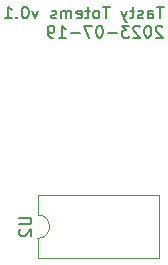
<source format=gbr>
%TF.GenerationSoftware,KiCad,Pcbnew,7.0.5-0*%
%TF.CreationDate,2023-07-19T18:28:51-07:00*%
%TF.ProjectId,tasty-totem-board,74617374-792d-4746-9f74-656d2d626f61,0.1*%
%TF.SameCoordinates,Original*%
%TF.FileFunction,Legend,Bot*%
%TF.FilePolarity,Positive*%
%FSLAX46Y46*%
G04 Gerber Fmt 4.6, Leading zero omitted, Abs format (unit mm)*
G04 Created by KiCad (PCBNEW 7.0.5-0) date 2023-07-19 18:28:51*
%MOMM*%
%LPD*%
G01*
G04 APERTURE LIST*
%ADD10C,0.150000*%
%ADD11C,0.120000*%
G04 APERTURE END LIST*
D10*
X170621077Y-60124819D02*
X170049649Y-60124819D01*
X170335363Y-61124819D02*
X170335363Y-60124819D01*
X169287744Y-61124819D02*
X169287744Y-60601009D01*
X169287744Y-60601009D02*
X169335363Y-60505771D01*
X169335363Y-60505771D02*
X169430601Y-60458152D01*
X169430601Y-60458152D02*
X169621077Y-60458152D01*
X169621077Y-60458152D02*
X169716315Y-60505771D01*
X169287744Y-61077200D02*
X169382982Y-61124819D01*
X169382982Y-61124819D02*
X169621077Y-61124819D01*
X169621077Y-61124819D02*
X169716315Y-61077200D01*
X169716315Y-61077200D02*
X169763934Y-60981961D01*
X169763934Y-60981961D02*
X169763934Y-60886723D01*
X169763934Y-60886723D02*
X169716315Y-60791485D01*
X169716315Y-60791485D02*
X169621077Y-60743866D01*
X169621077Y-60743866D02*
X169382982Y-60743866D01*
X169382982Y-60743866D02*
X169287744Y-60696247D01*
X168859172Y-61077200D02*
X168763934Y-61124819D01*
X168763934Y-61124819D02*
X168573458Y-61124819D01*
X168573458Y-61124819D02*
X168478220Y-61077200D01*
X168478220Y-61077200D02*
X168430601Y-60981961D01*
X168430601Y-60981961D02*
X168430601Y-60934342D01*
X168430601Y-60934342D02*
X168478220Y-60839104D01*
X168478220Y-60839104D02*
X168573458Y-60791485D01*
X168573458Y-60791485D02*
X168716315Y-60791485D01*
X168716315Y-60791485D02*
X168811553Y-60743866D01*
X168811553Y-60743866D02*
X168859172Y-60648628D01*
X168859172Y-60648628D02*
X168859172Y-60601009D01*
X168859172Y-60601009D02*
X168811553Y-60505771D01*
X168811553Y-60505771D02*
X168716315Y-60458152D01*
X168716315Y-60458152D02*
X168573458Y-60458152D01*
X168573458Y-60458152D02*
X168478220Y-60505771D01*
X168144886Y-60458152D02*
X167763934Y-60458152D01*
X168002029Y-60124819D02*
X168002029Y-60981961D01*
X168002029Y-60981961D02*
X167954410Y-61077200D01*
X167954410Y-61077200D02*
X167859172Y-61124819D01*
X167859172Y-61124819D02*
X167763934Y-61124819D01*
X167525838Y-60458152D02*
X167287743Y-61124819D01*
X167049648Y-60458152D02*
X167287743Y-61124819D01*
X167287743Y-61124819D02*
X167382981Y-61362914D01*
X167382981Y-61362914D02*
X167430600Y-61410533D01*
X167430600Y-61410533D02*
X167525838Y-61458152D01*
X166049647Y-60124819D02*
X165478219Y-60124819D01*
X165763933Y-61124819D02*
X165763933Y-60124819D01*
X165002028Y-61124819D02*
X165097266Y-61077200D01*
X165097266Y-61077200D02*
X165144885Y-61029580D01*
X165144885Y-61029580D02*
X165192504Y-60934342D01*
X165192504Y-60934342D02*
X165192504Y-60648628D01*
X165192504Y-60648628D02*
X165144885Y-60553390D01*
X165144885Y-60553390D02*
X165097266Y-60505771D01*
X165097266Y-60505771D02*
X165002028Y-60458152D01*
X165002028Y-60458152D02*
X164859171Y-60458152D01*
X164859171Y-60458152D02*
X164763933Y-60505771D01*
X164763933Y-60505771D02*
X164716314Y-60553390D01*
X164716314Y-60553390D02*
X164668695Y-60648628D01*
X164668695Y-60648628D02*
X164668695Y-60934342D01*
X164668695Y-60934342D02*
X164716314Y-61029580D01*
X164716314Y-61029580D02*
X164763933Y-61077200D01*
X164763933Y-61077200D02*
X164859171Y-61124819D01*
X164859171Y-61124819D02*
X165002028Y-61124819D01*
X164382980Y-60458152D02*
X164002028Y-60458152D01*
X164240123Y-60124819D02*
X164240123Y-60981961D01*
X164240123Y-60981961D02*
X164192504Y-61077200D01*
X164192504Y-61077200D02*
X164097266Y-61124819D01*
X164097266Y-61124819D02*
X164002028Y-61124819D01*
X163287742Y-61077200D02*
X163382980Y-61124819D01*
X163382980Y-61124819D02*
X163573456Y-61124819D01*
X163573456Y-61124819D02*
X163668694Y-61077200D01*
X163668694Y-61077200D02*
X163716313Y-60981961D01*
X163716313Y-60981961D02*
X163716313Y-60601009D01*
X163716313Y-60601009D02*
X163668694Y-60505771D01*
X163668694Y-60505771D02*
X163573456Y-60458152D01*
X163573456Y-60458152D02*
X163382980Y-60458152D01*
X163382980Y-60458152D02*
X163287742Y-60505771D01*
X163287742Y-60505771D02*
X163240123Y-60601009D01*
X163240123Y-60601009D02*
X163240123Y-60696247D01*
X163240123Y-60696247D02*
X163716313Y-60791485D01*
X162811551Y-61124819D02*
X162811551Y-60458152D01*
X162811551Y-60553390D02*
X162763932Y-60505771D01*
X162763932Y-60505771D02*
X162668694Y-60458152D01*
X162668694Y-60458152D02*
X162525837Y-60458152D01*
X162525837Y-60458152D02*
X162430599Y-60505771D01*
X162430599Y-60505771D02*
X162382980Y-60601009D01*
X162382980Y-60601009D02*
X162382980Y-61124819D01*
X162382980Y-60601009D02*
X162335361Y-60505771D01*
X162335361Y-60505771D02*
X162240123Y-60458152D01*
X162240123Y-60458152D02*
X162097266Y-60458152D01*
X162097266Y-60458152D02*
X162002027Y-60505771D01*
X162002027Y-60505771D02*
X161954408Y-60601009D01*
X161954408Y-60601009D02*
X161954408Y-61124819D01*
X161525837Y-61077200D02*
X161430599Y-61124819D01*
X161430599Y-61124819D02*
X161240123Y-61124819D01*
X161240123Y-61124819D02*
X161144885Y-61077200D01*
X161144885Y-61077200D02*
X161097266Y-60981961D01*
X161097266Y-60981961D02*
X161097266Y-60934342D01*
X161097266Y-60934342D02*
X161144885Y-60839104D01*
X161144885Y-60839104D02*
X161240123Y-60791485D01*
X161240123Y-60791485D02*
X161382980Y-60791485D01*
X161382980Y-60791485D02*
X161478218Y-60743866D01*
X161478218Y-60743866D02*
X161525837Y-60648628D01*
X161525837Y-60648628D02*
X161525837Y-60601009D01*
X161525837Y-60601009D02*
X161478218Y-60505771D01*
X161478218Y-60505771D02*
X161382980Y-60458152D01*
X161382980Y-60458152D02*
X161240123Y-60458152D01*
X161240123Y-60458152D02*
X161144885Y-60505771D01*
X160002027Y-60458152D02*
X159763932Y-61124819D01*
X159763932Y-61124819D02*
X159525837Y-60458152D01*
X158954408Y-60124819D02*
X158859170Y-60124819D01*
X158859170Y-60124819D02*
X158763932Y-60172438D01*
X158763932Y-60172438D02*
X158716313Y-60220057D01*
X158716313Y-60220057D02*
X158668694Y-60315295D01*
X158668694Y-60315295D02*
X158621075Y-60505771D01*
X158621075Y-60505771D02*
X158621075Y-60743866D01*
X158621075Y-60743866D02*
X158668694Y-60934342D01*
X158668694Y-60934342D02*
X158716313Y-61029580D01*
X158716313Y-61029580D02*
X158763932Y-61077200D01*
X158763932Y-61077200D02*
X158859170Y-61124819D01*
X158859170Y-61124819D02*
X158954408Y-61124819D01*
X158954408Y-61124819D02*
X159049646Y-61077200D01*
X159049646Y-61077200D02*
X159097265Y-61029580D01*
X159097265Y-61029580D02*
X159144884Y-60934342D01*
X159144884Y-60934342D02*
X159192503Y-60743866D01*
X159192503Y-60743866D02*
X159192503Y-60505771D01*
X159192503Y-60505771D02*
X159144884Y-60315295D01*
X159144884Y-60315295D02*
X159097265Y-60220057D01*
X159097265Y-60220057D02*
X159049646Y-60172438D01*
X159049646Y-60172438D02*
X158954408Y-60124819D01*
X158192503Y-61029580D02*
X158144884Y-61077200D01*
X158144884Y-61077200D02*
X158192503Y-61124819D01*
X158192503Y-61124819D02*
X158240122Y-61077200D01*
X158240122Y-61077200D02*
X158192503Y-61029580D01*
X158192503Y-61029580D02*
X158192503Y-61124819D01*
X157192504Y-61124819D02*
X157763932Y-61124819D01*
X157478218Y-61124819D02*
X157478218Y-60124819D01*
X157478218Y-60124819D02*
X157573456Y-60267676D01*
X157573456Y-60267676D02*
X157668694Y-60362914D01*
X157668694Y-60362914D02*
X157763932Y-60410533D01*
X170525839Y-61830057D02*
X170478220Y-61782438D01*
X170478220Y-61782438D02*
X170382982Y-61734819D01*
X170382982Y-61734819D02*
X170144887Y-61734819D01*
X170144887Y-61734819D02*
X170049649Y-61782438D01*
X170049649Y-61782438D02*
X170002030Y-61830057D01*
X170002030Y-61830057D02*
X169954411Y-61925295D01*
X169954411Y-61925295D02*
X169954411Y-62020533D01*
X169954411Y-62020533D02*
X170002030Y-62163390D01*
X170002030Y-62163390D02*
X170573458Y-62734819D01*
X170573458Y-62734819D02*
X169954411Y-62734819D01*
X169335363Y-61734819D02*
X169240125Y-61734819D01*
X169240125Y-61734819D02*
X169144887Y-61782438D01*
X169144887Y-61782438D02*
X169097268Y-61830057D01*
X169097268Y-61830057D02*
X169049649Y-61925295D01*
X169049649Y-61925295D02*
X169002030Y-62115771D01*
X169002030Y-62115771D02*
X169002030Y-62353866D01*
X169002030Y-62353866D02*
X169049649Y-62544342D01*
X169049649Y-62544342D02*
X169097268Y-62639580D01*
X169097268Y-62639580D02*
X169144887Y-62687200D01*
X169144887Y-62687200D02*
X169240125Y-62734819D01*
X169240125Y-62734819D02*
X169335363Y-62734819D01*
X169335363Y-62734819D02*
X169430601Y-62687200D01*
X169430601Y-62687200D02*
X169478220Y-62639580D01*
X169478220Y-62639580D02*
X169525839Y-62544342D01*
X169525839Y-62544342D02*
X169573458Y-62353866D01*
X169573458Y-62353866D02*
X169573458Y-62115771D01*
X169573458Y-62115771D02*
X169525839Y-61925295D01*
X169525839Y-61925295D02*
X169478220Y-61830057D01*
X169478220Y-61830057D02*
X169430601Y-61782438D01*
X169430601Y-61782438D02*
X169335363Y-61734819D01*
X168621077Y-61830057D02*
X168573458Y-61782438D01*
X168573458Y-61782438D02*
X168478220Y-61734819D01*
X168478220Y-61734819D02*
X168240125Y-61734819D01*
X168240125Y-61734819D02*
X168144887Y-61782438D01*
X168144887Y-61782438D02*
X168097268Y-61830057D01*
X168097268Y-61830057D02*
X168049649Y-61925295D01*
X168049649Y-61925295D02*
X168049649Y-62020533D01*
X168049649Y-62020533D02*
X168097268Y-62163390D01*
X168097268Y-62163390D02*
X168668696Y-62734819D01*
X168668696Y-62734819D02*
X168049649Y-62734819D01*
X167716315Y-61734819D02*
X167097268Y-61734819D01*
X167097268Y-61734819D02*
X167430601Y-62115771D01*
X167430601Y-62115771D02*
X167287744Y-62115771D01*
X167287744Y-62115771D02*
X167192506Y-62163390D01*
X167192506Y-62163390D02*
X167144887Y-62211009D01*
X167144887Y-62211009D02*
X167097268Y-62306247D01*
X167097268Y-62306247D02*
X167097268Y-62544342D01*
X167097268Y-62544342D02*
X167144887Y-62639580D01*
X167144887Y-62639580D02*
X167192506Y-62687200D01*
X167192506Y-62687200D02*
X167287744Y-62734819D01*
X167287744Y-62734819D02*
X167573458Y-62734819D01*
X167573458Y-62734819D02*
X167668696Y-62687200D01*
X167668696Y-62687200D02*
X167716315Y-62639580D01*
X166668696Y-62353866D02*
X165906792Y-62353866D01*
X165240125Y-61734819D02*
X165144887Y-61734819D01*
X165144887Y-61734819D02*
X165049649Y-61782438D01*
X165049649Y-61782438D02*
X165002030Y-61830057D01*
X165002030Y-61830057D02*
X164954411Y-61925295D01*
X164954411Y-61925295D02*
X164906792Y-62115771D01*
X164906792Y-62115771D02*
X164906792Y-62353866D01*
X164906792Y-62353866D02*
X164954411Y-62544342D01*
X164954411Y-62544342D02*
X165002030Y-62639580D01*
X165002030Y-62639580D02*
X165049649Y-62687200D01*
X165049649Y-62687200D02*
X165144887Y-62734819D01*
X165144887Y-62734819D02*
X165240125Y-62734819D01*
X165240125Y-62734819D02*
X165335363Y-62687200D01*
X165335363Y-62687200D02*
X165382982Y-62639580D01*
X165382982Y-62639580D02*
X165430601Y-62544342D01*
X165430601Y-62544342D02*
X165478220Y-62353866D01*
X165478220Y-62353866D02*
X165478220Y-62115771D01*
X165478220Y-62115771D02*
X165430601Y-61925295D01*
X165430601Y-61925295D02*
X165382982Y-61830057D01*
X165382982Y-61830057D02*
X165335363Y-61782438D01*
X165335363Y-61782438D02*
X165240125Y-61734819D01*
X164573458Y-61734819D02*
X163906792Y-61734819D01*
X163906792Y-61734819D02*
X164335363Y-62734819D01*
X163525839Y-62353866D02*
X162763935Y-62353866D01*
X161763935Y-62734819D02*
X162335363Y-62734819D01*
X162049649Y-62734819D02*
X162049649Y-61734819D01*
X162049649Y-61734819D02*
X162144887Y-61877676D01*
X162144887Y-61877676D02*
X162240125Y-61972914D01*
X162240125Y-61972914D02*
X162335363Y-62020533D01*
X161287744Y-62734819D02*
X161097268Y-62734819D01*
X161097268Y-62734819D02*
X161002030Y-62687200D01*
X161002030Y-62687200D02*
X160954411Y-62639580D01*
X160954411Y-62639580D02*
X160859173Y-62496723D01*
X160859173Y-62496723D02*
X160811554Y-62306247D01*
X160811554Y-62306247D02*
X160811554Y-61925295D01*
X160811554Y-61925295D02*
X160859173Y-61830057D01*
X160859173Y-61830057D02*
X160906792Y-61782438D01*
X160906792Y-61782438D02*
X161002030Y-61734819D01*
X161002030Y-61734819D02*
X161192506Y-61734819D01*
X161192506Y-61734819D02*
X161287744Y-61782438D01*
X161287744Y-61782438D02*
X161335363Y-61830057D01*
X161335363Y-61830057D02*
X161382982Y-61925295D01*
X161382982Y-61925295D02*
X161382982Y-62163390D01*
X161382982Y-62163390D02*
X161335363Y-62258628D01*
X161335363Y-62258628D02*
X161287744Y-62306247D01*
X161287744Y-62306247D02*
X161192506Y-62353866D01*
X161192506Y-62353866D02*
X161002030Y-62353866D01*
X161002030Y-62353866D02*
X160906792Y-62306247D01*
X160906792Y-62306247D02*
X160859173Y-62258628D01*
X160859173Y-62258628D02*
X160811554Y-62163390D01*
%TO.C,U2*%
X158424819Y-77988095D02*
X159234342Y-77988095D01*
X159234342Y-77988095D02*
X159329580Y-78035714D01*
X159329580Y-78035714D02*
X159377200Y-78083333D01*
X159377200Y-78083333D02*
X159424819Y-78178571D01*
X159424819Y-78178571D02*
X159424819Y-78369047D01*
X159424819Y-78369047D02*
X159377200Y-78464285D01*
X159377200Y-78464285D02*
X159329580Y-78511904D01*
X159329580Y-78511904D02*
X159234342Y-78559523D01*
X159234342Y-78559523D02*
X158424819Y-78559523D01*
X158520057Y-78988095D02*
X158472438Y-79035714D01*
X158472438Y-79035714D02*
X158424819Y-79130952D01*
X158424819Y-79130952D02*
X158424819Y-79369047D01*
X158424819Y-79369047D02*
X158472438Y-79464285D01*
X158472438Y-79464285D02*
X158520057Y-79511904D01*
X158520057Y-79511904D02*
X158615295Y-79559523D01*
X158615295Y-79559523D02*
X158710533Y-79559523D01*
X158710533Y-79559523D02*
X158853390Y-79511904D01*
X158853390Y-79511904D02*
X159424819Y-78940476D01*
X159424819Y-78940476D02*
X159424819Y-79559523D01*
D11*
X159970000Y-79750000D02*
G75*
G03*
X159970000Y-77750000I0J1000000D01*
G01*
X170250000Y-76100000D02*
X170250000Y-81400000D01*
X159970000Y-77750000D02*
X159970000Y-76100000D01*
X170250000Y-81400000D02*
X159970000Y-81400000D01*
X159970000Y-76100000D02*
X170250000Y-76100000D01*
X159970000Y-81400000D02*
X159970000Y-79750000D01*
%TD*%
M02*

</source>
